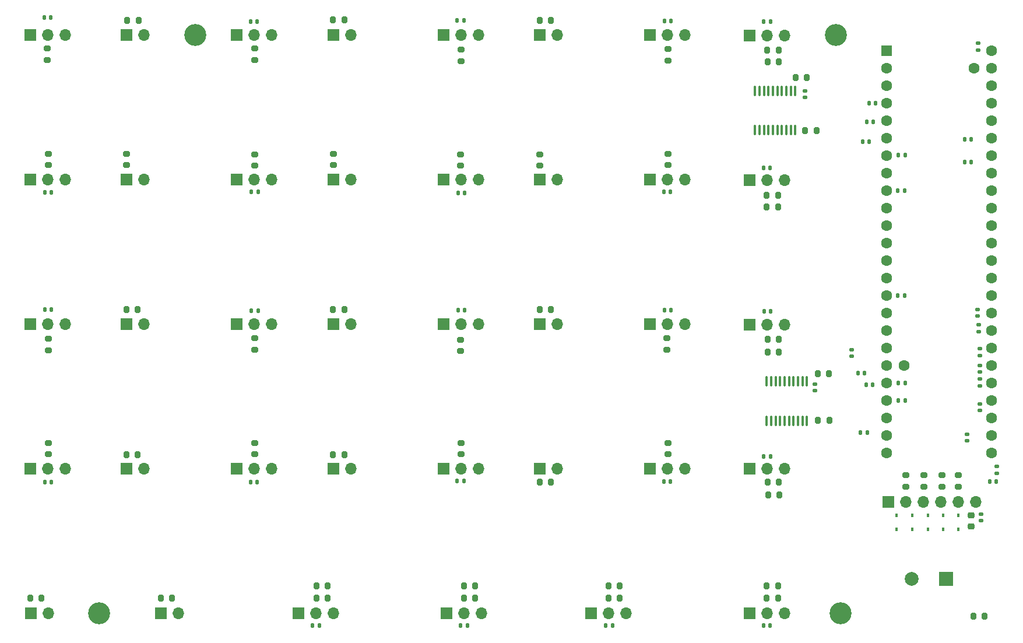
<source format=gbs>
%TF.GenerationSoftware,KiCad,Pcbnew,6.0.4-6f826c9f35~116~ubuntu20.04.1*%
%TF.CreationDate,2022-04-28T23:04:08-06:00*%
%TF.ProjectId,interface-brain,696e7465-7266-4616-9365-2d627261696e,rev?*%
%TF.SameCoordinates,Original*%
%TF.FileFunction,Soldermask,Bot*%
%TF.FilePolarity,Negative*%
%FSLAX46Y46*%
G04 Gerber Fmt 4.6, Leading zero omitted, Abs format (unit mm)*
G04 Created by KiCad (PCBNEW 6.0.4-6f826c9f35~116~ubuntu20.04.1) date 2022-04-28 23:04:08*
%MOMM*%
%LPD*%
G01*
G04 APERTURE LIST*
G04 Aperture macros list*
%AMRoundRect*
0 Rectangle with rounded corners*
0 $1 Rounding radius*
0 $2 $3 $4 $5 $6 $7 $8 $9 X,Y pos of 4 corners*
0 Add a 4 corners polygon primitive as box body*
4,1,4,$2,$3,$4,$5,$6,$7,$8,$9,$2,$3,0*
0 Add four circle primitives for the rounded corners*
1,1,$1+$1,$2,$3*
1,1,$1+$1,$4,$5*
1,1,$1+$1,$6,$7*
1,1,$1+$1,$8,$9*
0 Add four rect primitives between the rounded corners*
20,1,$1+$1,$2,$3,$4,$5,0*
20,1,$1+$1,$4,$5,$6,$7,0*
20,1,$1+$1,$6,$7,$8,$9,0*
20,1,$1+$1,$8,$9,$2,$3,0*%
G04 Aperture macros list end*
%ADD10R,1.700000X1.700000*%
%ADD11O,1.700000X1.700000*%
%ADD12C,3.200000*%
%ADD13R,2.000000X2.000000*%
%ADD14C,2.000000*%
%ADD15C,1.600000*%
%ADD16R,1.600000X1.600000*%
%ADD17RoundRect,0.140000X0.140000X0.170000X-0.140000X0.170000X-0.140000X-0.170000X0.140000X-0.170000X0*%
%ADD18RoundRect,0.200000X0.275000X-0.200000X0.275000X0.200000X-0.275000X0.200000X-0.275000X-0.200000X0*%
%ADD19R,0.450000X0.600000*%
%ADD20RoundRect,0.200000X-0.275000X0.200000X-0.275000X-0.200000X0.275000X-0.200000X0.275000X0.200000X0*%
%ADD21RoundRect,0.140000X-0.140000X-0.170000X0.140000X-0.170000X0.140000X0.170000X-0.140000X0.170000X0*%
%ADD22RoundRect,0.200000X-0.200000X-0.275000X0.200000X-0.275000X0.200000X0.275000X-0.200000X0.275000X0*%
%ADD23RoundRect,0.100000X0.100000X-0.637500X0.100000X0.637500X-0.100000X0.637500X-0.100000X-0.637500X0*%
%ADD24RoundRect,0.140000X-0.170000X0.140000X-0.170000X-0.140000X0.170000X-0.140000X0.170000X0.140000X0*%
%ADD25RoundRect,0.140000X0.170000X-0.140000X0.170000X0.140000X-0.170000X0.140000X-0.170000X-0.140000X0*%
%ADD26RoundRect,0.225000X-0.250000X0.225000X-0.250000X-0.225000X0.250000X-0.225000X0.250000X0.225000X0*%
G04 APERTURE END LIST*
D10*
%TO.C,J8*%
X55000000Y-77000000D03*
D11*
X57540000Y-77000000D03*
X60080000Y-77000000D03*
%TD*%
D10*
%TO.C,J25*%
X129475000Y-98000000D03*
D11*
X132015000Y-98000000D03*
X134555000Y-98000000D03*
%TD*%
D10*
%TO.C,J29*%
X69000000Y-98000000D03*
D11*
X71540000Y-98000000D03*
%TD*%
D10*
%TO.C,J19*%
X39000000Y-56000000D03*
D11*
X41540000Y-56000000D03*
%TD*%
D10*
%TO.C,J13*%
X85000000Y-98000000D03*
D11*
X87540000Y-98000000D03*
X90080000Y-98000000D03*
%TD*%
D10*
%TO.C,J31*%
X85475000Y-119000000D03*
D11*
X88015000Y-119000000D03*
X90555000Y-119000000D03*
%TD*%
D12*
%TO.C,H4*%
X49000000Y-35000000D03*
%TD*%
D10*
%TO.C,J11*%
X85000000Y-56000000D03*
D11*
X87540000Y-56000000D03*
X90080000Y-56000000D03*
%TD*%
D13*
%TO.C,C7*%
X158000000Y-114000000D03*
D14*
X153000000Y-114000000D03*
%TD*%
D10*
%TO.C,J35*%
X99000000Y-56000000D03*
D11*
X101540000Y-56000000D03*
%TD*%
D10*
%TO.C,J10*%
X85000000Y-35000000D03*
D11*
X87540000Y-35000000D03*
X90080000Y-35000000D03*
%TD*%
D10*
%TO.C,J6*%
X55000000Y-35000000D03*
D11*
X57540000Y-35000000D03*
X60080000Y-35000000D03*
%TD*%
D10*
%TO.C,J16*%
X115000000Y-77000000D03*
D11*
X117540000Y-77000000D03*
X120080000Y-77000000D03*
%TD*%
D10*
%TO.C,J26*%
X69000000Y-35000000D03*
D11*
X71540000Y-35000000D03*
%TD*%
D10*
%TO.C,J20*%
X39000000Y-77000000D03*
D11*
X41540000Y-77000000D03*
%TD*%
D10*
%TO.C,J30*%
X64000000Y-119000000D03*
D11*
X66540000Y-119000000D03*
X69080000Y-119000000D03*
%TD*%
D10*
%TO.C,J4*%
X25000000Y-77000000D03*
D11*
X27540000Y-77000000D03*
X30080000Y-77000000D03*
%TD*%
D10*
%TO.C,J17*%
X115000000Y-98000000D03*
D11*
X117540000Y-98000000D03*
X120080000Y-98000000D03*
%TD*%
D10*
%TO.C,J7*%
X55000000Y-56000000D03*
D11*
X57540000Y-56000000D03*
X60080000Y-56000000D03*
%TD*%
D15*
%TO.C,U3*%
X151920000Y-83007969D03*
X162080000Y-39827969D03*
X164620000Y-37287969D03*
X164620000Y-39827969D03*
X164620000Y-42367969D03*
X164620000Y-44907969D03*
X164620000Y-47447969D03*
X164620000Y-49987969D03*
X164620000Y-52527969D03*
X164620000Y-55067969D03*
X164620000Y-57607969D03*
X164620000Y-60147969D03*
X164620000Y-62687969D03*
X164620000Y-65227969D03*
X164620000Y-67767969D03*
X164620000Y-70307969D03*
X164620000Y-72847969D03*
X164620000Y-75387969D03*
X164620000Y-77927969D03*
X164620000Y-80467969D03*
X164620000Y-83007969D03*
X164620000Y-85547969D03*
X164620000Y-88087969D03*
X164620000Y-90627969D03*
X164620000Y-93167969D03*
X164620000Y-95707969D03*
X149380000Y-95707969D03*
X149380000Y-93167969D03*
X149380000Y-90627969D03*
X149380000Y-88087969D03*
X149380000Y-85547969D03*
X149380000Y-83007969D03*
X149380000Y-80467969D03*
X149380000Y-77927969D03*
X149380000Y-75387969D03*
X149380000Y-72847969D03*
X149380000Y-70307969D03*
X149380000Y-67767969D03*
X149380000Y-65227969D03*
X149380000Y-62687969D03*
X149380000Y-60147969D03*
X149380000Y-57607969D03*
X149380000Y-55067969D03*
X149380000Y-52527969D03*
X149380000Y-49987969D03*
X149380000Y-47447969D03*
X149380000Y-44907969D03*
X149380000Y-42367969D03*
X149380000Y-39827969D03*
D16*
X149380000Y-37287969D03*
%TD*%
D10*
%TO.C,J27*%
X69000000Y-56000000D03*
D11*
X71540000Y-56000000D03*
%TD*%
D12*
%TO.C,H2*%
X35000000Y-119000000D03*
%TD*%
D10*
%TO.C,J24*%
X129475000Y-77100000D03*
D11*
X132015000Y-77100000D03*
X134555000Y-77100000D03*
%TD*%
D10*
%TO.C,J37*%
X99000000Y-98000000D03*
D11*
X101540000Y-98000000D03*
%TD*%
D12*
%TO.C,H1*%
X142000000Y-35000000D03*
%TD*%
D10*
%TO.C,J39*%
X43998849Y-119000000D03*
D11*
X46538849Y-119000000D03*
%TD*%
D10*
%TO.C,J2*%
X25000000Y-35000000D03*
D11*
X27540000Y-35000000D03*
X30080000Y-35000000D03*
%TD*%
D10*
%TO.C,J38*%
X25130000Y-119000000D03*
D11*
X27670000Y-119000000D03*
%TD*%
D10*
%TO.C,J22*%
X129475000Y-35100000D03*
D11*
X132015000Y-35100000D03*
X134555000Y-35100000D03*
%TD*%
D10*
%TO.C,J5*%
X25000000Y-98000000D03*
D11*
X27540000Y-98000000D03*
X30080000Y-98000000D03*
%TD*%
D10*
%TO.C,J23*%
X129475000Y-56100000D03*
D11*
X132015000Y-56100000D03*
X134555000Y-56100000D03*
%TD*%
D10*
%TO.C,J15*%
X115000000Y-56000000D03*
D11*
X117540000Y-56000000D03*
X120080000Y-56000000D03*
%TD*%
D10*
%TO.C,J28*%
X69000000Y-77000000D03*
D11*
X71540000Y-77000000D03*
%TD*%
D10*
%TO.C,J1*%
X149680000Y-102810000D03*
D11*
X152220000Y-102810000D03*
X154760000Y-102810000D03*
X157300000Y-102810000D03*
X159840000Y-102810000D03*
X162380000Y-102810000D03*
%TD*%
D10*
%TO.C,J14*%
X115000000Y-35000000D03*
D11*
X117540000Y-35000000D03*
X120080000Y-35000000D03*
%TD*%
D10*
%TO.C,J21*%
X39000000Y-98000000D03*
D11*
X41540000Y-98000000D03*
%TD*%
D10*
%TO.C,J32*%
X106475000Y-119000000D03*
D11*
X109015000Y-119000000D03*
X111555000Y-119000000D03*
%TD*%
D10*
%TO.C,J9*%
X55000000Y-98000000D03*
D11*
X57540000Y-98000000D03*
X60080000Y-98000000D03*
%TD*%
D10*
%TO.C,J33*%
X129475000Y-119000000D03*
D11*
X132015000Y-119000000D03*
X134555000Y-119000000D03*
%TD*%
D10*
%TO.C,J36*%
X99000000Y-77000000D03*
D11*
X101540000Y-77000000D03*
%TD*%
D10*
%TO.C,J3*%
X25000000Y-56000000D03*
D11*
X27540000Y-56000000D03*
X30080000Y-56000000D03*
%TD*%
D10*
%TO.C,J18*%
X39000000Y-35000000D03*
D11*
X41540000Y-35000000D03*
%TD*%
D12*
%TO.C,H3*%
X142711346Y-119000000D03*
%TD*%
D10*
%TO.C,J34*%
X99000000Y-35000000D03*
D11*
X101540000Y-35000000D03*
%TD*%
D10*
%TO.C,J12*%
X85000000Y-77000000D03*
D11*
X87540000Y-77000000D03*
X90080000Y-77000000D03*
%TD*%
D17*
%TO.C,C24*%
X147780000Y-44900000D03*
X146820000Y-44900000D03*
%TD*%
D18*
%TO.C,R18*%
X87600000Y-38825000D03*
X87600000Y-37175000D03*
%TD*%
%TO.C,R8*%
X159800000Y-100625000D03*
X159800000Y-98975000D03*
%TD*%
D19*
%TO.C,D1*%
X150800000Y-106850000D03*
X150800000Y-104750000D03*
%TD*%
D18*
%TO.C,R5*%
X152200000Y-100625000D03*
X152200000Y-98975000D03*
%TD*%
%TO.C,R9*%
X57600000Y-38625000D03*
X57600000Y-36975000D03*
%TD*%
D20*
%TO.C,R20*%
X87500000Y-52375000D03*
X87500000Y-54025000D03*
%TD*%
D17*
%TO.C,C21*%
X117980000Y-99900000D03*
X117020000Y-99900000D03*
%TD*%
D20*
%TO.C,R23*%
X27600000Y-94275000D03*
X27600000Y-95925000D03*
%TD*%
D21*
%TO.C,C50*%
X108620000Y-120800000D03*
X109580000Y-120800000D03*
%TD*%
%TO.C,C33*%
X131520000Y-54300000D03*
X132480000Y-54300000D03*
%TD*%
D17*
%TO.C,C3*%
X28080000Y-74900000D03*
X27120000Y-74900000D03*
%TD*%
D22*
%TO.C,R25*%
X161975000Y-119400000D03*
X163625000Y-119400000D03*
%TD*%
%TO.C,R31*%
X131975000Y-58300000D03*
X133625000Y-58300000D03*
%TD*%
D18*
%TO.C,R6*%
X154800000Y-100625000D03*
X154800000Y-98975000D03*
%TD*%
D17*
%TO.C,C29*%
X161680000Y-53500000D03*
X160720000Y-53500000D03*
%TD*%
D23*
%TO.C,U2*%
X137825000Y-91062500D03*
X137175000Y-91062500D03*
X136525000Y-91062500D03*
X135875000Y-91062500D03*
X135225000Y-91062500D03*
X134575000Y-91062500D03*
X133925000Y-91062500D03*
X133275000Y-91062500D03*
X132625000Y-91062500D03*
X131975000Y-91062500D03*
X131975000Y-85337500D03*
X132625000Y-85337500D03*
X133275000Y-85337500D03*
X133925000Y-85337500D03*
X134575000Y-85337500D03*
X135225000Y-85337500D03*
X135875000Y-85337500D03*
X136525000Y-85337500D03*
X137175000Y-85337500D03*
X137825000Y-85337500D03*
%TD*%
D22*
%TO.C,R3*%
X136175000Y-41200000D03*
X137825000Y-41200000D03*
%TD*%
D17*
%TO.C,C18*%
X118080000Y-33000000D03*
X117120000Y-33000000D03*
%TD*%
D22*
%TO.C,R35*%
X131975000Y-60000000D03*
X133625000Y-60000000D03*
%TD*%
D17*
%TO.C,C23*%
X151980000Y-72900000D03*
X151020000Y-72900000D03*
%TD*%
%TO.C,C10*%
X57120000Y-75100000D03*
X58080000Y-75100000D03*
%TD*%
%TO.C,C15*%
X88080000Y-58000000D03*
X87120000Y-58000000D03*
%TD*%
D18*
%TO.C,R7*%
X157400000Y-100625000D03*
X157400000Y-98975000D03*
%TD*%
D22*
%TO.C,R52*%
X108975000Y-115000000D03*
X110625000Y-115000000D03*
%TD*%
D24*
%TO.C,C12*%
X137500000Y-43120000D03*
X137500000Y-44080000D03*
%TD*%
D21*
%TO.C,C53*%
X164340000Y-99900000D03*
X165300000Y-99900000D03*
%TD*%
D17*
%TO.C,C19*%
X117980000Y-57800000D03*
X117020000Y-57800000D03*
%TD*%
D22*
%TO.C,R29*%
X38975000Y-96000000D03*
X40625000Y-96000000D03*
%TD*%
D18*
%TO.C,R21*%
X27600000Y-80825000D03*
X27600000Y-79175000D03*
%TD*%
D21*
%TO.C,C49*%
X87520000Y-120800000D03*
X88480000Y-120800000D03*
%TD*%
D22*
%TO.C,R28*%
X38975000Y-74900000D03*
X40625000Y-74900000D03*
%TD*%
D24*
%TO.C,C13*%
X139000000Y-85700000D03*
X139000000Y-86660000D03*
%TD*%
D22*
%TO.C,R51*%
X87975000Y-115000000D03*
X89625000Y-115000000D03*
%TD*%
%TO.C,R2*%
X139400000Y-91000000D03*
X141050000Y-91000000D03*
%TD*%
D21*
%TO.C,C27*%
X151120000Y-88100000D03*
X152080000Y-88100000D03*
%TD*%
D24*
%TO.C,C46*%
X161100000Y-93020000D03*
X161100000Y-93980000D03*
%TD*%
%TO.C,C42*%
X162900000Y-80600000D03*
X162900000Y-81560000D03*
%TD*%
D25*
%TO.C,C30*%
X162800000Y-78100000D03*
X162800000Y-77140000D03*
%TD*%
D17*
%TO.C,C38*%
X147380000Y-85800000D03*
X146420000Y-85800000D03*
%TD*%
D19*
%TO.C,D5*%
X157600000Y-106850000D03*
X157600000Y-104750000D03*
%TD*%
D21*
%TO.C,C34*%
X131620000Y-75200000D03*
X132580000Y-75200000D03*
%TD*%
D19*
%TO.C,D3*%
X155400000Y-106850000D03*
X155400000Y-104750000D03*
%TD*%
D20*
%TO.C,R19*%
X27600000Y-52275000D03*
X27600000Y-53925000D03*
%TD*%
D22*
%TO.C,R48*%
X98975000Y-74900000D03*
X100625000Y-74900000D03*
%TD*%
D17*
%TO.C,C2*%
X28080000Y-57900000D03*
X27120000Y-57900000D03*
%TD*%
D22*
%TO.C,R36*%
X132075000Y-81100000D03*
X133725000Y-81100000D03*
%TD*%
D17*
%TO.C,C14*%
X87980000Y-32900000D03*
X87020000Y-32900000D03*
%TD*%
D19*
%TO.C,D4*%
X159800000Y-106850000D03*
X159800000Y-104750000D03*
%TD*%
D26*
%TO.C,C6*%
X161700000Y-104825000D03*
X161700000Y-106375000D03*
%TD*%
D17*
%TO.C,C17*%
X87980000Y-99800000D03*
X87020000Y-99800000D03*
%TD*%
D21*
%TO.C,C35*%
X131540000Y-96200000D03*
X132500000Y-96200000D03*
%TD*%
D25*
%TO.C,C31*%
X162600000Y-75860000D03*
X162600000Y-74900000D03*
%TD*%
D18*
%TO.C,R17*%
X27500000Y-38625000D03*
X27500000Y-36975000D03*
%TD*%
D20*
%TO.C,R11*%
X57600000Y-52375000D03*
X57600000Y-54025000D03*
%TD*%
D23*
%TO.C,U1*%
X136125000Y-48862500D03*
X135475000Y-48862500D03*
X134825000Y-48862500D03*
X134175000Y-48862500D03*
X133525000Y-48862500D03*
X132875000Y-48862500D03*
X132225000Y-48862500D03*
X131575000Y-48862500D03*
X130925000Y-48862500D03*
X130275000Y-48862500D03*
X130275000Y-43137500D03*
X130925000Y-43137500D03*
X131575000Y-43137500D03*
X132225000Y-43137500D03*
X132875000Y-43137500D03*
X133525000Y-43137500D03*
X134175000Y-43137500D03*
X134825000Y-43137500D03*
X135475000Y-43137500D03*
X136125000Y-43137500D03*
%TD*%
D22*
%TO.C,R37*%
X132175000Y-101800000D03*
X133825000Y-101800000D03*
%TD*%
D17*
%TO.C,C9*%
X58080000Y-57800000D03*
X57120000Y-57800000D03*
%TD*%
D18*
%TO.C,R47*%
X99000000Y-54025000D03*
X99000000Y-52375000D03*
%TD*%
D22*
%TO.C,R32*%
X132075000Y-79200000D03*
X133725000Y-79200000D03*
%TD*%
D17*
%TO.C,C43*%
X146180000Y-84100000D03*
X145220000Y-84100000D03*
%TD*%
%TO.C,C39*%
X146580000Y-92800000D03*
X145620000Y-92800000D03*
%TD*%
%TO.C,C41*%
X161680000Y-50200000D03*
X160720000Y-50200000D03*
%TD*%
D18*
%TO.C,R14*%
X117500000Y-80725000D03*
X117500000Y-79075000D03*
%TD*%
D22*
%TO.C,R50*%
X66575000Y-115000000D03*
X68225000Y-115000000D03*
%TD*%
D21*
%TO.C,C51*%
X131520000Y-120800000D03*
X132480000Y-120800000D03*
%TD*%
D17*
%TO.C,C8*%
X57980000Y-33100000D03*
X57020000Y-33100000D03*
%TD*%
D24*
%TO.C,C28*%
X162900000Y-83000000D03*
X162900000Y-83960000D03*
%TD*%
D22*
%TO.C,R49*%
X98975000Y-100000000D03*
X100625000Y-100000000D03*
%TD*%
D17*
%TO.C,C16*%
X88080000Y-75000000D03*
X87120000Y-75000000D03*
%TD*%
%TO.C,C4*%
X28080000Y-100000000D03*
X27120000Y-100000000D03*
%TD*%
D22*
%TO.C,R53*%
X131975000Y-115000000D03*
X133625000Y-115000000D03*
%TD*%
%TO.C,R41*%
X68975000Y-96000000D03*
X70625000Y-96000000D03*
%TD*%
D17*
%TO.C,C1*%
X27980000Y-32500000D03*
X27020000Y-32500000D03*
%TD*%
D22*
%TO.C,R34*%
X132075000Y-38900000D03*
X133725000Y-38900000D03*
%TD*%
%TO.C,R42*%
X66575000Y-116800000D03*
X68225000Y-116800000D03*
%TD*%
%TO.C,R30*%
X132050000Y-37200000D03*
X133700000Y-37200000D03*
%TD*%
D17*
%TO.C,C25*%
X146520000Y-47600000D03*
X147480000Y-47600000D03*
%TD*%
D21*
%TO.C,C36*%
X151100000Y-52500000D03*
X152060000Y-52500000D03*
%TD*%
D17*
%TO.C,C37*%
X145920000Y-50500000D03*
X146880000Y-50500000D03*
%TD*%
D22*
%TO.C,R44*%
X108975000Y-116800000D03*
X110625000Y-116800000D03*
%TD*%
D25*
%TO.C,C52*%
X162900000Y-85980000D03*
X162900000Y-85020000D03*
%TD*%
D22*
%TO.C,R55*%
X43975000Y-116800000D03*
X45625000Y-116800000D03*
%TD*%
D24*
%TO.C,C44*%
X165400000Y-97720000D03*
X165400000Y-98680000D03*
%TD*%
D22*
%TO.C,R26*%
X39075000Y-32900000D03*
X40725000Y-32900000D03*
%TD*%
D18*
%TO.C,R27*%
X39000000Y-53925000D03*
X39000000Y-52275000D03*
%TD*%
D21*
%TO.C,C26*%
X151120000Y-85600000D03*
X152080000Y-85600000D03*
%TD*%
D22*
%TO.C,R38*%
X68975000Y-32800000D03*
X70625000Y-32800000D03*
%TD*%
D17*
%TO.C,C11*%
X57980000Y-100000000D03*
X57020000Y-100000000D03*
%TD*%
D25*
%TO.C,C40*%
X144300000Y-81680000D03*
X144300000Y-80720000D03*
%TD*%
D20*
%TO.C,R24*%
X87600000Y-94275000D03*
X87600000Y-95925000D03*
%TD*%
D22*
%TO.C,R40*%
X68975000Y-74900000D03*
X70625000Y-74900000D03*
%TD*%
%TO.C,R46*%
X98975000Y-32900000D03*
X100625000Y-32900000D03*
%TD*%
D17*
%TO.C,C20*%
X118080000Y-75000000D03*
X117120000Y-75000000D03*
%TD*%
D22*
%TO.C,R1*%
X137575000Y-48900000D03*
X139225000Y-48900000D03*
%TD*%
%TO.C,R4*%
X139375000Y-84200000D03*
X141025000Y-84200000D03*
%TD*%
D20*
%TO.C,R12*%
X117600000Y-52275000D03*
X117600000Y-53925000D03*
%TD*%
D25*
%TO.C,C47*%
X162900000Y-89580000D03*
X162900000Y-88620000D03*
%TD*%
D22*
%TO.C,R45*%
X131975000Y-116800000D03*
X133625000Y-116800000D03*
%TD*%
D18*
%TO.C,R39*%
X69000000Y-53925000D03*
X69000000Y-52275000D03*
%TD*%
D20*
%TO.C,R16*%
X117600000Y-94275000D03*
X117600000Y-95925000D03*
%TD*%
D18*
%TO.C,R13*%
X57600000Y-80725000D03*
X57600000Y-79075000D03*
%TD*%
D24*
%TO.C,C5*%
X163100000Y-104620000D03*
X163100000Y-105580000D03*
%TD*%
D22*
%TO.C,R54*%
X24975000Y-116800000D03*
X26625000Y-116800000D03*
%TD*%
%TO.C,R33*%
X132075000Y-100000000D03*
X133725000Y-100000000D03*
%TD*%
%TO.C,R43*%
X87975000Y-116800000D03*
X89625000Y-116800000D03*
%TD*%
D21*
%TO.C,C48*%
X66020000Y-120800000D03*
X66980000Y-120800000D03*
%TD*%
D20*
%TO.C,R15*%
X57600000Y-94275000D03*
X57600000Y-95925000D03*
%TD*%
D21*
%TO.C,C32*%
X131540000Y-33100000D03*
X132500000Y-33100000D03*
%TD*%
D25*
%TO.C,C22*%
X162700000Y-37200000D03*
X162700000Y-36240000D03*
%TD*%
D18*
%TO.C,R10*%
X117600000Y-38725000D03*
X117600000Y-37075000D03*
%TD*%
%TO.C,R22*%
X87500000Y-80925000D03*
X87500000Y-79275000D03*
%TD*%
D19*
%TO.C,D2*%
X153100000Y-104750000D03*
X153100000Y-106850000D03*
%TD*%
D21*
%TO.C,C45*%
X151020000Y-57600000D03*
X151980000Y-57600000D03*
%TD*%
M02*

</source>
